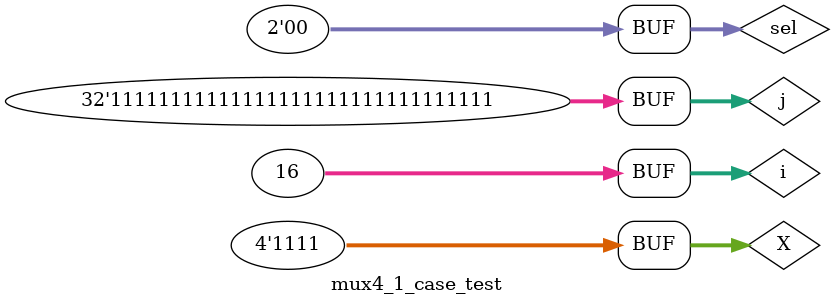
<source format=v>
/*A simple testbench to verify the functionality of our design*/

module mux4_1_case_test;

	// Inputs
	reg [3:0] X;
	reg [1:0] sel;

	// Outputs
	wire Y;
	integer i;
	integer j;
	// Instantiate the Unit Under Test (UUT)
	mux4_1_case_top uut (
		.X(X), 
		.sel(sel), 
		.Y(Y)
	);

	initial begin
		// Initialize Inputs
		X = 0;
		sel = 0;

	for (i=0;i<16;i=i+1)
	begin
	X=i;
		for (j=3;j>=0;j=j-1)
		begin
		sel=j;
		#10;
		end
	end
	
	#100;

	end
      
endmodule


</source>
